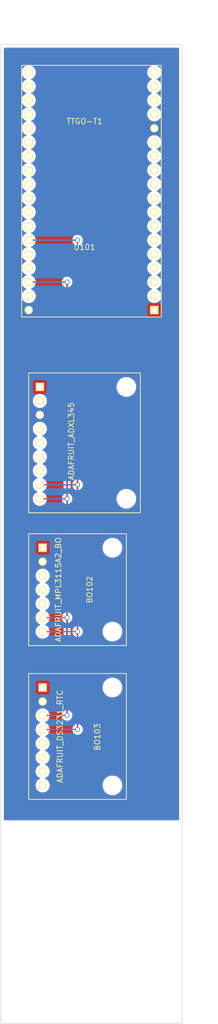
<source format=kicad_pcb>
(kicad_pcb (version 3) (host pcbnew "(2013-june-11)-stable")

  (general
    (links 13)
    (no_connects 0)
    (area 85.049999 27.850001 129.314285 213.450001)
    (thickness 1.6)
    (drawings 6)
    (tracks 22)
    (zones 0)
    (modules 4)
    (nets 5)
  )

  (page A3)
  (layers
    (15 F.Cu signal hide)
    (0 B.Cu signal hide)
    (16 B.Adhes user)
    (17 F.Adhes user)
    (18 B.Paste user)
    (19 F.Paste user)
    (20 B.SilkS user)
    (21 F.SilkS user)
    (22 B.Mask user)
    (23 F.Mask user)
    (24 Dwgs.User user)
    (25 Cmts.User user)
    (26 Eco1.User user)
    (27 Eco2.User user)
    (28 Edge.Cuts user)
  )

  (setup
    (last_trace_width 0.254)
    (trace_clearance 0.254)
    (zone_clearance 0.508)
    (zone_45_only no)
    (trace_min 0.254)
    (segment_width 0.2)
    (edge_width 0.1)
    (via_size 0.889)
    (via_drill 0.635)
    (via_min_size 0.889)
    (via_min_drill 0.508)
    (uvia_size 0.508)
    (uvia_drill 0.127)
    (uvias_allowed no)
    (uvia_min_size 0.508)
    (uvia_min_drill 0.127)
    (pcb_text_width 0.3)
    (pcb_text_size 1.5 1.5)
    (mod_edge_width 0.15)
    (mod_text_size 1 1)
    (mod_text_width 0.15)
    (pad_size 1.5 1.5)
    (pad_drill 0.6)
    (pad_to_mask_clearance 0)
    (aux_axis_origin 0 0)
    (visible_elements FFFFFFBF)
    (pcbplotparams
      (layerselection 3178497)
      (usegerberextensions true)
      (excludeedgelayer true)
      (linewidth 0.150000)
      (plotframeref false)
      (viasonmask false)
      (mode 1)
      (useauxorigin false)
      (hpglpennumber 1)
      (hpglpenspeed 20)
      (hpglpendiameter 15)
      (hpglpenoverlay 2)
      (psnegative false)
      (psa4output false)
      (plotreference true)
      (plotvalue true)
      (plotothertext true)
      (plotinvisibletext false)
      (padsonsilk false)
      (subtractmaskfromsilk false)
      (outputformat 1)
      (mirror false)
      (drillshape 1)
      (scaleselection 1)
      (outputdirectory ""))
  )

  (net 0 "")
  (net 1 /SCL)
  (net 2 /SDA)
  (net 3 3V3)
  (net 4 GND)

  (net_class Default "This is the default net class."
    (clearance 0.254)
    (trace_width 0.254)
    (via_dia 0.889)
    (via_drill 0.635)
    (uvia_dia 0.508)
    (uvia_drill 0.127)
    (add_net "")
    (add_net /SCL)
    (add_net /SDA)
    (add_net 3V3)
    (add_net GND)
  )

  (module TIGO-T1 (layer F.Cu) (tedit 5C8D8D38) (tstamp 5CC7439A)
    (at 100.33 60.96 180)
    (path /5CC7417F)
    (fp_text reference U101 (at 0 -11.43 180) (layer F.SilkS)
      (effects (font (size 1 1) (thickness 0.15)))
    )
    (fp_text value TTGO-T1 (at 0 11.43 180) (layer F.SilkS)
      (effects (font (size 1 1) (thickness 0.15)))
    )
    (fp_line (start -13.97 -24.13) (end 11.43 -24.13) (layer F.SilkS) (width 0.15))
    (fp_line (start 11.43 -24.13) (end 11.43 21.59) (layer F.SilkS) (width 0.15))
    (fp_line (start 11.43 21.59) (end -13.97 21.59) (layer F.SilkS) (width 0.15))
    (fp_line (start -13.97 21.59) (end -13.97 -24.13) (layer F.SilkS) (width 0.15))
    (pad 1 thru_hole rect (at -12.7 -22.86 180) (size 1.524 1.524) (drill 1.016)
      (layers *.Cu *.Mask F.SilkS)
      (net 3 3V3)
    )
    (pad 2 thru_hole circle (at -12.7 -20.32 180) (size 1.524 1.524) (drill 1.016)
      (layers *.Cu *.Mask F.SilkS)
    )
    (pad 3 thru_hole circle (at -12.7 -17.78 180) (size 1.524 1.524) (drill 1.016)
      (layers *.Cu *.Mask F.SilkS)
    )
    (pad 4 thru_hole circle (at -12.7 -15.24 180) (size 1.524 1.524) (drill 1.016)
      (layers *.Cu *.Mask F.SilkS)
    )
    (pad 5 thru_hole circle (at -12.7 -12.7 180) (size 1.524 1.524) (drill 1.016)
      (layers *.Cu *.Mask F.SilkS)
    )
    (pad 6 thru_hole circle (at -12.7 -10.16 180) (size 1.524 1.524) (drill 1.016)
      (layers *.Cu *.Mask F.SilkS)
    )
    (pad 7 thru_hole circle (at -12.7 -7.62 180) (size 1.524 1.524) (drill 1.016)
      (layers *.Cu *.Mask F.SilkS)
    )
    (pad 8 thru_hole circle (at -12.7 -5.08 180) (size 1.524 1.524) (drill 1.016)
      (layers *.Cu *.Mask F.SilkS)
    )
    (pad 9 thru_hole circle (at -12.7 -2.54 180) (size 1.524 1.524) (drill 1.016)
      (layers *.Cu *.Mask F.SilkS)
    )
    (pad 10 thru_hole circle (at -12.7 0 180) (size 1.524 1.524) (drill 1.016)
      (layers *.Cu *.Mask F.SilkS)
    )
    (pad 11 thru_hole circle (at -12.7 2.54 180) (size 1.524 1.524) (drill 1.016)
      (layers *.Cu *.Mask F.SilkS)
    )
    (pad 12 thru_hole circle (at -12.7 5.08 180) (size 1.524 1.524) (drill 1.016)
      (layers *.Cu *.Mask F.SilkS)
    )
    (pad 13 thru_hole circle (at -12.7 7.62 180) (size 1.524 1.524) (drill 1.016)
      (layers *.Cu *.Mask F.SilkS)
    )
    (pad 14 thru_hole circle (at -12.7 10.16 180) (size 1.524 1.524) (drill 1.016)
      (layers *.Cu *.Mask F.SilkS)
      (net 4 GND)
    )
    (pad 15 thru_hole circle (at -12.7 12.7 180) (size 1.524 1.524) (drill 1.016)
      (layers *.Cu *.Mask F.SilkS)
    )
    (pad 16 thru_hole circle (at -12.7 15.24 180) (size 1.524 1.524) (drill 1.016)
      (layers *.Cu *.Mask F.SilkS)
    )
    (pad 17 thru_hole circle (at -12.7 17.78 180) (size 1.524 1.524) (drill 1.016)
      (layers *.Cu *.Mask F.SilkS)
    )
    (pad 18 thru_hole circle (at -12.7 20.32 180) (size 1.524 1.524) (drill 1.016)
      (layers *.Cu *.Mask F.SilkS)
    )
    (pad 19 thru_hole circle (at 10.16 20.32 180) (size 1.524 1.524) (drill 1.016)
      (layers *.Cu *.Mask F.SilkS)
    )
    (pad 20 thru_hole circle (at 10.16 17.78 180) (size 1.524 1.524) (drill 1.016)
      (layers *.Cu *.Mask F.SilkS)
    )
    (pad 21 thru_hole circle (at 10.16 15.24 180) (size 1.524 1.524) (drill 1.016)
      (layers *.Cu *.Mask F.SilkS)
    )
    (pad 22 thru_hole circle (at 10.16 12.7 180) (size 1.524 1.524) (drill 1.016)
      (layers *.Cu *.Mask F.SilkS)
    )
    (pad 23 thru_hole circle (at 10.16 10.16 180) (size 1.524 1.524) (drill 1.016)
      (layers *.Cu *.Mask F.SilkS)
    )
    (pad 24 thru_hole circle (at 10.16 7.62 180) (size 1.524 1.524) (drill 1.016)
      (layers *.Cu *.Mask F.SilkS)
    )
    (pad 25 thru_hole circle (at 10.16 5.08 180) (size 1.524 1.524) (drill 1.016)
      (layers *.Cu *.Mask F.SilkS)
    )
    (pad 26 thru_hole circle (at 10.16 2.54 180) (size 1.524 1.524) (drill 1.016)
      (layers *.Cu *.Mask F.SilkS)
    )
    (pad 27 thru_hole circle (at 10.16 0 180) (size 1.524 1.524) (drill 1.016)
      (layers *.Cu *.Mask F.SilkS)
    )
    (pad 28 thru_hole circle (at 10.16 -2.54 180) (size 1.524 1.524) (drill 1.016)
      (layers *.Cu *.Mask F.SilkS)
    )
    (pad 29 thru_hole circle (at 10.16 -5.08 180) (size 1.524 1.524) (drill 1.016)
      (layers *.Cu *.Mask F.SilkS)
    )
    (pad 30 thru_hole circle (at 10.16 -7.62 180) (size 1.524 1.524) (drill 1.016)
      (layers *.Cu *.Mask F.SilkS)
    )
    (pad 31 thru_hole circle (at 10.16 -10.16 180) (size 1.524 1.524) (drill 1.016)
      (layers *.Cu *.Mask F.SilkS)
      (net 2 /SDA)
    )
    (pad 32 thru_hole circle (at 10.16 -12.7 180) (size 1.524 1.524) (drill 1.016)
      (layers *.Cu *.Mask F.SilkS)
    )
    (pad 33 thru_hole circle (at 10.16 -15.24 180) (size 1.524 1.524) (drill 1.016)
      (layers *.Cu *.Mask F.SilkS)
    )
    (pad 34 thru_hole circle (at 10.16 -17.78 180) (size 1.524 1.524) (drill 1.016)
      (layers *.Cu *.Mask F.SilkS)
      (net 1 /SCL)
    )
    (pad 35 thru_hole circle (at 10.16 -20.32 180) (size 1.524 1.524) (drill 1.016)
      (layers *.Cu *.Mask F.SilkS)
    )
    (pad 36 thru_hole circle (at 10.16 -22.86 180) (size 1.524 1.524) (drill 1.016)
      (layers *.Cu *.Mask F.SilkS)
      (net 4 GND)
    )
  )

  (module ADAFRUITMPL3115A2BO (layer F.Cu) (tedit 59298C66) (tstamp 5CC743AB)
    (at 99.06 134.62 270)
    (path /5CC741BA)
    (fp_text reference BO102 (at 0 -2.2 270) (layer F.SilkS)
      (effects (font (size 1 1) (thickness 0.15)))
    )
    (fp_text value ADAFRUIT_MPL3115A2_BO (at 0 3.5 270) (layer F.SilkS)
      (effects (font (size 1 1) (thickness 0.15)))
    )
    (fp_line (start -10.16 -8.89) (end 10.16 -8.89) (layer F.SilkS) (width 0.15))
    (fp_line (start 10.16 -8.89) (end 10.16 8.89) (layer F.SilkS) (width 0.15))
    (fp_line (start -10.16 8.89) (end 10.16 8.89) (layer F.SilkS) (width 0.15))
    (fp_line (start -10.16 -8.89) (end -10.16 8.89) (layer F.SilkS) (width 0.15))
    (pad 1 thru_hole rect (at -7.62 6.35 270) (size 1.524 1.524) (drill 1.016)
      (layers *.Cu *.Mask F.SilkS)
      (net 3 3V3)
    )
    (pad 2 thru_hole circle (at -5.08 6.35 270) (size 1.524 1.524) (drill 1.016)
      (layers *.Cu *.Mask F.SilkS)
      (net 4 GND)
    )
    (pad 3 thru_hole circle (at -2.54 6.35 270) (size 1.524 1.524) (drill 1.016)
      (layers *.Cu *.Mask F.SilkS)
    )
    (pad 4 thru_hole circle (at 0 6.35 270) (size 1.524 1.524) (drill 1.016)
      (layers *.Cu *.Mask F.SilkS)
    )
    (pad 5 thru_hole circle (at 2.54 6.35 270) (size 1.524 1.524) (drill 1.016)
      (layers *.Cu *.Mask F.SilkS)
    )
    (pad 6 thru_hole circle (at 5.08 6.35 270) (size 1.524 1.524) (drill 1.016)
      (layers *.Cu *.Mask F.SilkS)
      (net 1 /SCL)
    )
    (pad 7 thru_hole circle (at 7.62 6.35 270) (size 1.524 1.524) (drill 1.016)
      (layers *.Cu *.Mask F.SilkS)
      (net 2 /SDA)
    )
    (pad "" np_thru_hole circle (at -7.62 -6.35 270) (size 2.54 2.54) (drill 2.54)
      (layers *.Cu *.Mask F.SilkS)
    )
    (pad "" np_thru_hole circle (at 7.62 -6.35 270) (size 2.54 2.54) (drill 2.54)
      (layers *.Cu *.Mask F.SilkS)
    )
  )

  (module ADAFRUITDS3231RTCBO (layer F.Cu) (tedit 592C72CB) (tstamp 5CC743BD)
    (at 99.06 161.29 270)
    (path /5CC741AB)
    (fp_text reference BO103 (at 0.1 -3.6 270) (layer F.SilkS)
      (effects (font (size 1 1) (thickness 0.15)))
    )
    (fp_text value ADAFRUIT_DS3231_RTC (at 0 3.2 270) (layer F.SilkS)
      (effects (font (size 1 1) (thickness 0.15)))
    )
    (fp_line (start -11.43 8.89) (end 11.43 8.89) (layer F.SilkS) (width 0.15))
    (fp_line (start 11.43 -8.89) (end 11.43 8.89) (layer F.SilkS) (width 0.15))
    (fp_line (start -11.43 -8.89) (end 11.43 -8.89) (layer F.SilkS) (width 0.15))
    (fp_line (start -11.43 8.89) (end -11.43 -8.89) (layer F.SilkS) (width 0.15))
    (pad "" np_thru_hole circle (at -8.89 -6.35 270) (size 2.54 2.54) (drill 2.54)
      (layers *.Cu *.Mask F.SilkS)
    )
    (pad "" np_thru_hole circle (at 8.89 -6.35 270) (size 2.54 2.54) (drill 2.54)
      (layers *.Cu *.Mask F.SilkS)
    )
    (pad 1 thru_hole rect (at -8.89 6.35 270) (size 1.524 1.524) (drill 1.016)
      (layers *.Cu *.Mask F.SilkS)
      (net 3 3V3)
    )
    (pad 2 thru_hole circle (at -6.35 6.35 270) (size 1.524 1.524) (drill 1.016)
      (layers *.Cu *.Mask F.SilkS)
      (net 4 GND)
    )
    (pad 3 thru_hole circle (at -3.81 6.35 270) (size 1.524 1.524) (drill 1.016)
      (layers *.Cu *.Mask F.SilkS)
      (net 1 /SCL)
    )
    (pad 4 thru_hole circle (at -1.27 6.35 270) (size 1.524 1.524) (drill 1.016)
      (layers *.Cu *.Mask F.SilkS)
      (net 2 /SDA)
    )
    (pad 5 thru_hole circle (at 1.27 6.35 270) (size 1.524 1.524) (drill 1.016)
      (layers *.Cu *.Mask F.SilkS)
    )
    (pad 6 thru_hole circle (at 3.81 6.35 270) (size 1.524 1.524) (drill 1.016)
      (layers *.Cu *.Mask F.SilkS)
    )
    (pad 7 thru_hole circle (at 6.35 6.35 270) (size 1.524 1.524) (drill 1.016)
      (layers *.Cu *.Mask F.SilkS)
    )
    (pad 8 thru_hole circle (at 8.89 6.35 270) (size 1.524 1.524) (drill 1.016)
      (layers *.Cu *.Mask F.SilkS)
    )
  )

  (module AdafruitADXL345BO (layer F.Cu) (tedit 592728B5) (tstamp 5CC743D0)
    (at 100.33 107.95 270)
    (path /5CC74193)
    (fp_text reference BO101 (at 0.2 -2.2 270) (layer F.SilkS) hide
      (effects (font (size 1 1) (thickness 0.15)))
    )
    (fp_text value ADAFRUIT_ADXL345 (at -0.3 2.4 270) (layer F.SilkS)
      (effects (font (size 1 1) (thickness 0.15)))
    )
    (fp_line (start -12.7 -10.16) (end 12.7 -10.16) (layer F.SilkS) (width 0.15))
    (fp_line (start 12.7 -10.16) (end 12.7 10.16) (layer F.SilkS) (width 0.15))
    (fp_line (start 12.7 10.16) (end -12.7 10.16) (layer F.SilkS) (width 0.15))
    (fp_line (start -12.7 -10.16) (end -12.7 10.16) (layer F.SilkS) (width 0.15))
    (pad "" np_thru_hole circle (at -10.16 -7.62 270) (size 2.54 2.54) (drill 2.54)
      (layers *.Cu *.Mask F.SilkS)
    )
    (pad "" np_thru_hole circle (at 10.16 -7.62 270) (size 2.54 2.54) (drill 2.54)
      (layers *.Cu *.Mask F.SilkS)
    )
    (pad 1 thru_hole rect (at -10.16 8.128 270) (size 1.524 1.524) (drill 1.016)
      (layers *.Cu *.Mask F.SilkS)
      (net 3 3V3)
    )
    (pad 2 thru_hole circle (at -7.62 8.128 270) (size 1.524 1.524) (drill 1.016)
      (layers *.Cu *.Mask F.SilkS)
    )
    (pad 3 thru_hole circle (at -5.08 8.128 270) (size 1.524 1.524) (drill 1.016)
      (layers *.Cu *.Mask F.SilkS)
      (net 4 GND)
    )
    (pad 4 thru_hole circle (at -2.54 8.128 270) (size 1.524 1.524) (drill 1.016)
      (layers *.Cu *.Mask F.SilkS)
    )
    (pad 5 thru_hole circle (at 0 8.128 270) (size 1.524 1.524) (drill 1.016)
      (layers *.Cu *.Mask F.SilkS)
    )
    (pad 6 thru_hole circle (at 2.54 8.128 270) (size 1.524 1.524) (drill 1.016)
      (layers *.Cu *.Mask F.SilkS)
    )
    (pad 7 thru_hole circle (at 5.08 8.128 270) (size 1.524 1.524) (drill 1.016)
      (layers *.Cu *.Mask F.SilkS)
    )
    (pad 8 thru_hole circle (at 7.62 8.128 270) (size 1.524 1.524) (drill 1.016)
      (layers *.Cu *.Mask F.SilkS)
      (net 2 /SDA)
    )
    (pad 9 thru_hole circle (at 10.16 8.128 270) (size 1.524 1.524) (drill 1.016)
      (layers *.Cu *.Mask F.SilkS)
      (net 1 /SCL)
    )
  )

  (dimension 177.8 (width 0.3) (layer Cmts.User)
    (gr_text "177.800 mm" (at 121.949999 124.5 270) (layer Cmts.User)
      (effects (font (size 1.5 1.5) (thickness 0.3)))
    )
    (feature1 (pts (xy 118.1 213.4) (xy 123.299999 213.4)))
    (feature2 (pts (xy 118.1 35.6) (xy 123.299999 35.6)))
    (crossbar (pts (xy 120.599999 35.6) (xy 120.599999 213.4)))
    (arrow1a (pts (xy 120.599999 213.4) (xy 120.013579 212.273497)))
    (arrow1b (pts (xy 120.599999 213.4) (xy 121.186419 212.273497)))
    (arrow2a (pts (xy 120.599999 35.6) (xy 120.013579 36.726503)))
    (arrow2b (pts (xy 120.599999 35.6) (xy 121.186419 36.726503)))
  )
  (dimension 33 (width 0.3) (layer Cmts.User)
    (gr_text "33.000 mm" (at 101.6 29.350001) (layer Cmts.User)
      (effects (font (size 1.5 1.5) (thickness 0.3)))
    )
    (feature1 (pts (xy 118.1 35.6) (xy 118.1 28.000001)))
    (feature2 (pts (xy 85.1 35.6) (xy 85.1 28.000001)))
    (crossbar (pts (xy 85.1 30.700001) (xy 118.1 30.700001)))
    (arrow1a (pts (xy 118.1 30.700001) (xy 116.973497 31.286421)))
    (arrow1b (pts (xy 118.1 30.700001) (xy 116.973497 30.113581)))
    (arrow2a (pts (xy 85.1 30.700001) (xy 86.226503 31.286421)))
    (arrow2b (pts (xy 85.1 30.700001) (xy 86.226503 30.113581)))
  )
  (gr_line (start 85.1 213.4) (end 85.1 35.6) (angle 90) (layer Edge.Cuts) (width 0.1))
  (gr_line (start 118.1 213.4) (end 85.1 213.4) (angle 90) (layer Edge.Cuts) (width 0.1))
  (gr_line (start 118.1 35.6) (end 118.1 213.4) (angle 90) (layer Edge.Cuts) (width 0.1))
  (gr_line (start 85.1 35.6) (end 118.1 35.6) (angle 90) (layer Edge.Cuts) (width 0.1))

  (segment (start 97.155 139.7) (end 97.155 157.48) (width 0.254) (layer F.Cu) (net 1))
  (segment (start 97.155 157.48) (end 92.71 157.48) (width 0.254) (layer B.Cu) (net 1) (tstamp 5CC74C38))
  (via (at 97.155 157.48) (size 0.889) (layers F.Cu B.Cu) (net 1))
  (segment (start 92.71 139.7) (end 97.155 139.7) (width 0.254) (layer B.Cu) (net 1))
  (segment (start 97.155 139.7) (end 97.155 118.11) (width 0.254) (layer F.Cu) (net 1) (tstamp 5CC74C29))
  (via (at 97.155 139.7) (size 0.889) (layers F.Cu B.Cu) (net 1))
  (segment (start 90.17 78.74) (end 97.155 78.74) (width 0.254) (layer B.Cu) (net 1))
  (segment (start 97.155 118.11) (end 92.202 118.11) (width 0.254) (layer B.Cu) (net 1) (tstamp 5CC74C17))
  (via (at 97.155 118.11) (size 0.889) (layers F.Cu B.Cu) (net 1))
  (segment (start 97.155 78.74) (end 97.155 118.11) (width 0.254) (layer F.Cu) (net 1) (tstamp 5CC74C07))
  (via (at 97.155 78.74) (size 0.889) (layers F.Cu B.Cu) (net 1))
  (segment (start 99.06 142.24) (end 99.06 160.02) (width 0.254) (layer F.Cu) (net 2))
  (segment (start 99.06 160.02) (end 92.71 160.02) (width 0.254) (layer B.Cu) (net 2) (tstamp 5CC74BF0))
  (via (at 99.06 160.02) (size 0.889) (layers F.Cu B.Cu) (net 2))
  (segment (start 92.71 142.24) (end 99.06 142.24) (width 0.254) (layer B.Cu) (net 2))
  (segment (start 99.06 142.24) (end 99.06 115.57) (width 0.254) (layer F.Cu) (net 2) (tstamp 5CC74BE1))
  (via (at 99.06 142.24) (size 0.889) (layers F.Cu B.Cu) (net 2))
  (segment (start 90.17 71.12) (end 99.06 71.12) (width 0.254) (layer B.Cu) (net 2))
  (segment (start 99.06 115.57) (end 92.202 115.57) (width 0.254) (layer B.Cu) (net 2) (tstamp 5CC74BC1))
  (via (at 99.06 115.57) (size 0.889) (layers F.Cu B.Cu) (net 2))
  (segment (start 99.06 71.12) (end 99.06 115.57) (width 0.254) (layer F.Cu) (net 2) (tstamp 5CC74BAF))
  (via (at 99.06 71.12) (size 0.889) (layers F.Cu B.Cu) (net 2))

  (zone (net 4) (net_name GND) (layer B.Cu) (tstamp 5CC74C56) (hatch edge 0.508)
    (connect_pads yes (clearance 0.508))
    (min_thickness 0.254)
    (fill (arc_segments 16) (thermal_gap 0.508) (thermal_bridge_width 0.508))
    (polygon
      (pts
        (xy 118.11 176.53) (xy 85.09 176.53) (xy 85.09 35.56) (xy 118.11 35.56)
      )
    )
    (filled_polygon
      (pts
        (xy 117.415 176.403) (xy 114.427241 176.403) (xy 114.427241 81.003339) (xy 114.215009 80.489697) (xy 113.82237 80.096372)
        (xy 113.614485 80.01005) (xy 113.820303 79.925009) (xy 114.213628 79.53237) (xy 114.426756 79.019099) (xy 114.427241 78.463339)
        (xy 114.215009 77.949697) (xy 113.82237 77.556372) (xy 113.614485 77.47005) (xy 113.820303 77.385009) (xy 114.213628 76.99237)
        (xy 114.426756 76.479099) (xy 114.427241 75.923339) (xy 114.215009 75.409697) (xy 113.82237 75.016372) (xy 113.614485 74.93005)
        (xy 113.820303 74.845009) (xy 114.213628 74.45237) (xy 114.426756 73.939099) (xy 114.427241 73.383339) (xy 114.215009 72.869697)
        (xy 113.82237 72.476372) (xy 113.614485 72.39005) (xy 113.820303 72.305009) (xy 114.213628 71.91237) (xy 114.426756 71.399099)
        (xy 114.427241 70.843339) (xy 114.215009 70.329697) (xy 113.82237 69.936372) (xy 113.614485 69.85005) (xy 113.820303 69.765009)
        (xy 114.213628 69.37237) (xy 114.426756 68.859099) (xy 114.427241 68.303339) (xy 114.215009 67.789697) (xy 113.82237 67.396372)
        (xy 113.614485 67.31005) (xy 113.820303 67.225009) (xy 114.213628 66.83237) (xy 114.426756 66.319099) (xy 114.427241 65.763339)
        (xy 114.215009 65.249697) (xy 113.82237 64.856372) (xy 113.614485 64.77005) (xy 113.820303 64.685009) (xy 114.213628 64.29237)
        (xy 114.426756 63.779099) (xy 114.427241 63.223339) (xy 114.215009 62.709697) (xy 113.82237 62.316372) (xy 113.614485 62.23005)
        (xy 113.820303 62.145009) (xy 114.213628 61.75237) (xy 114.426756 61.239099) (xy 114.427241 60.683339) (xy 114.215009 60.169697)
        (xy 113.82237 59.776372) (xy 113.614485 59.69005) (xy 113.820303 59.605009) (xy 114.213628 59.21237) (xy 114.426756 58.699099)
        (xy 114.427241 58.143339) (xy 114.215009 57.629697) (xy 113.82237 57.236372) (xy 113.614485 57.15005) (xy 113.820303 57.065009)
        (xy 114.213628 56.67237) (xy 114.426756 56.159099) (xy 114.427241 55.603339) (xy 114.215009 55.089697) (xy 113.82237 54.696372)
        (xy 113.614485 54.61005) (xy 113.820303 54.525009) (xy 114.213628 54.13237) (xy 114.426756 53.619099) (xy 114.427241 53.063339)
        (xy 114.427241 47.983339) (xy 114.215009 47.469697) (xy 113.82237 47.076372) (xy 113.614485 46.99005) (xy 113.820303 46.905009)
        (xy 114.213628 46.51237) (xy 114.426756 45.999099) (xy 114.427241 45.443339) (xy 114.215009 44.929697) (xy 113.82237 44.536372)
        (xy 113.614485 44.45005) (xy 113.820303 44.365009) (xy 114.213628 43.97237) (xy 114.426756 43.459099) (xy 114.427241 42.903339)
        (xy 114.215009 42.389697) (xy 113.82237 41.996372) (xy 113.614485 41.91005) (xy 113.820303 41.825009) (xy 114.213628 41.43237)
        (xy 114.426756 40.919099) (xy 114.427241 40.363339) (xy 114.215009 39.849697) (xy 113.82237 39.456372) (xy 113.309099 39.243244)
        (xy 112.753339 39.242759) (xy 112.239697 39.454991) (xy 111.846372 39.84763) (xy 111.633244 40.360901) (xy 111.632759 40.916661)
        (xy 111.844991 41.430303) (xy 112.23763 41.823628) (xy 112.445514 41.909949) (xy 112.239697 41.994991) (xy 111.846372 42.38763)
        (xy 111.633244 42.900901) (xy 111.632759 43.456661) (xy 111.844991 43.970303) (xy 112.23763 44.363628) (xy 112.445514 44.449949)
        (xy 112.239697 44.534991) (xy 111.846372 44.92763) (xy 111.633244 45.440901) (xy 111.632759 45.996661) (xy 111.844991 46.510303)
        (xy 112.23763 46.903628) (xy 112.445514 46.989949) (xy 112.239697 47.074991) (xy 111.846372 47.46763) (xy 111.633244 47.980901)
        (xy 111.632759 48.536661) (xy 111.844991 49.050303) (xy 112.23763 49.443628) (xy 112.750901 49.656756) (xy 113.306661 49.657241)
        (xy 113.820303 49.445009) (xy 114.213628 49.05237) (xy 114.426756 48.539099) (xy 114.427241 47.983339) (xy 114.427241 53.063339)
        (xy 114.215009 52.549697) (xy 113.82237 52.156372) (xy 113.309099 51.943244) (xy 112.753339 51.942759) (xy 112.239697 52.154991)
        (xy 111.846372 52.54763) (xy 111.633244 53.060901) (xy 111.632759 53.616661) (xy 111.844991 54.130303) (xy 112.23763 54.523628)
        (xy 112.445514 54.609949) (xy 112.239697 54.694991) (xy 111.846372 55.08763) (xy 111.633244 55.600901) (xy 111.632759 56.156661)
        (xy 111.844991 56.670303) (xy 112.23763 57.063628) (xy 112.445514 57.149949) (xy 112.239697 57.234991) (xy 111.846372 57.62763)
        (xy 111.633244 58.140901) (xy 111.632759 58.696661) (xy 111.844991 59.210303) (xy 112.23763 59.603628) (xy 112.445514 59.689949)
        (xy 112.239697 59.774991) (xy 111.846372 60.16763) (xy 111.633244 60.680901) (xy 111.632759 61.236661) (xy 111.844991 61.750303)
        (xy 112.23763 62.143628) (xy 112.445514 62.229949) (xy 112.239697 62.314991) (xy 111.846372 62.70763) (xy 111.633244 63.220901)
        (xy 111.632759 63.776661) (xy 111.844991 64.290303) (xy 112.23763 64.683628) (xy 112.445514 64.769949) (xy 112.239697 64.854991)
        (xy 111.846372 65.24763) (xy 111.633244 65.760901) (xy 111.632759 66.316661) (xy 111.844991 66.830303) (xy 112.23763 67.223628)
        (xy 112.445514 67.309949) (xy 112.239697 67.394991) (xy 111.846372 67.78763) (xy 111.633244 68.300901) (xy 111.632759 68.856661)
        (xy 111.844991 69.370303) (xy 112.23763 69.763628) (xy 112.445514 69.849949) (xy 112.239697 69.934991) (xy 111.846372 70.32763)
        (xy 111.633244 70.840901) (xy 111.632759 71.396661) (xy 111.844991 71.910303) (xy 112.23763 72.303628) (xy 112.445514 72.389949)
        (xy 112.239697 72.474991) (xy 111.846372 72.86763) (xy 111.633244 73.380901) (xy 111.632759 73.936661) (xy 111.844991 74.450303)
        (xy 112.23763 74.843628) (xy 112.445514 74.929949) (xy 112.239697 75.014991) (xy 111.846372 75.40763) (xy 111.633244 75.920901)
        (xy 111.632759 76.476661) (xy 111.844991 76.990303) (xy 112.23763 77.383628) (xy 112.445514 77.469949) (xy 112.239697 77.554991)
        (xy 111.846372 77.94763) (xy 111.633244 78.460901) (xy 111.632759 79.016661) (xy 111.844991 79.530303) (xy 112.23763 79.923628)
        (xy 112.445514 80.009949) (xy 112.239697 80.094991) (xy 111.846372 80.48763) (xy 111.633244 81.000901) (xy 111.632759 81.556661)
        (xy 111.844991 82.070303) (xy 112.196963 82.42289) (xy 112.142245 82.42289) (xy 111.908771 82.519359) (xy 111.729987 82.697832)
        (xy 111.633111 82.931136) (xy 111.63289 83.183755) (xy 111.63289 84.707755) (xy 111.729359 84.941229) (xy 111.907832 85.120013)
        (xy 112.141136 85.216889) (xy 112.393755 85.21711) (xy 113.917755 85.21711) (xy 114.151229 85.120641) (xy 114.330013 84.942168)
        (xy 114.426889 84.708864) (xy 114.42711 84.456245) (xy 114.42711 82.932245) (xy 114.330641 82.698771) (xy 114.152168 82.519987)
        (xy 113.918864 82.423111) (xy 113.862323 82.423061) (xy 114.213628 82.07237) (xy 114.426756 81.559099) (xy 114.427241 81.003339)
        (xy 114.427241 176.403) (xy 109.85533 176.403) (xy 109.85533 117.732735) (xy 109.85533 97.412735) (xy 109.565922 96.712314)
        (xy 109.030505 96.175961) (xy 108.33059 95.885332) (xy 107.572735 95.88467) (xy 106.872314 96.174078) (xy 106.335961 96.709495)
        (xy 106.045332 97.40941) (xy 106.04467 98.167265) (xy 106.334078 98.867686) (xy 106.869495 99.404039) (xy 107.56941 99.694668)
        (xy 108.327265 99.69533) (xy 109.027686 99.405922) (xy 109.564039 98.870505) (xy 109.854668 98.17059) (xy 109.85533 97.412735)
        (xy 109.85533 117.732735) (xy 109.565922 117.032314) (xy 109.030505 116.495961) (xy 108.33059 116.205332) (xy 107.572735 116.20467)
        (xy 106.872314 116.494078) (xy 106.335961 117.029495) (xy 106.045332 117.72941) (xy 106.04467 118.487265) (xy 106.334078 119.187686)
        (xy 106.869495 119.724039) (xy 107.56941 120.014668) (xy 108.327265 120.01533) (xy 109.027686 119.725922) (xy 109.564039 119.190505)
        (xy 109.854668 118.49059) (xy 109.85533 117.732735) (xy 109.85533 176.403) (xy 107.31533 176.403) (xy 107.31533 169.802735)
        (xy 107.31533 152.022735) (xy 107.31533 141.862735) (xy 107.31533 126.622735) (xy 107.025922 125.922314) (xy 106.490505 125.385961)
        (xy 105.79059 125.095332) (xy 105.032735 125.09467) (xy 104.332314 125.384078) (xy 103.795961 125.919495) (xy 103.505332 126.61941)
        (xy 103.50467 127.377265) (xy 103.794078 128.077686) (xy 104.329495 128.614039) (xy 105.02941 128.904668) (xy 105.787265 128.90533)
        (xy 106.487686 128.615922) (xy 107.024039 128.080505) (xy 107.314668 127.38059) (xy 107.31533 126.622735) (xy 107.31533 141.862735)
        (xy 107.025922 141.162314) (xy 106.490505 140.625961) (xy 105.79059 140.335332) (xy 105.032735 140.33467) (xy 104.332314 140.624078)
        (xy 103.795961 141.159495) (xy 103.505332 141.85941) (xy 103.50467 142.617265) (xy 103.794078 143.317686) (xy 104.329495 143.854039)
        (xy 105.02941 144.144668) (xy 105.787265 144.14533) (xy 106.487686 143.855922) (xy 107.024039 143.320505) (xy 107.314668 142.62059)
        (xy 107.31533 141.862735) (xy 107.31533 152.022735) (xy 107.025922 151.322314) (xy 106.490505 150.785961) (xy 105.79059 150.495332)
        (xy 105.032735 150.49467) (xy 104.332314 150.784078) (xy 103.795961 151.319495) (xy 103.505332 152.01941) (xy 103.50467 152.777265)
        (xy 103.794078 153.477686) (xy 104.329495 154.014039) (xy 105.02941 154.304668) (xy 105.787265 154.30533) (xy 106.487686 154.015922)
        (xy 107.024039 153.480505) (xy 107.314668 152.78059) (xy 107.31533 152.022735) (xy 107.31533 169.802735) (xy 107.025922 169.102314)
        (xy 106.490505 168.565961) (xy 105.79059 168.275332) (xy 105.032735 168.27467) (xy 104.332314 168.564078) (xy 103.795961 169.099495)
        (xy 103.505332 169.79941) (xy 103.50467 170.557265) (xy 103.794078 171.257686) (xy 104.329495 171.794039) (xy 105.02941 172.084668)
        (xy 105.787265 172.08533) (xy 106.487686 171.795922) (xy 107.024039 171.260505) (xy 107.314668 170.56059) (xy 107.31533 169.802735)
        (xy 107.31533 176.403) (xy 100.139687 176.403) (xy 100.139687 159.806216) (xy 100.139687 142.026216) (xy 100.139687 115.356216)
        (xy 100.139687 70.906216) (xy 99.975689 70.509311) (xy 99.672286 70.205378) (xy 99.275668 70.040687) (xy 98.846216 70.040313)
        (xy 98.449311 70.204311) (xy 98.295353 70.358) (xy 91.366703 70.358) (xy 91.355009 70.329697) (xy 90.96237 69.936372)
        (xy 90.754485 69.85005) (xy 90.960303 69.765009) (xy 91.353628 69.37237) (xy 91.566756 68.859099) (xy 91.567241 68.303339)
        (xy 91.355009 67.789697) (xy 90.96237 67.396372) (xy 90.754485 67.31005) (xy 90.960303 67.225009) (xy 91.353628 66.83237)
        (xy 91.566756 66.319099) (xy 91.567241 65.763339) (xy 91.355009 65.249697) (xy 90.96237 64.856372) (xy 90.754485 64.77005)
        (xy 90.960303 64.685009) (xy 91.353628 64.29237) (xy 91.566756 63.779099) (xy 91.567241 63.223339) (xy 91.355009 62.709697)
        (xy 90.96237 62.316372) (xy 90.754485 62.23005) (xy 90.960303 62.145009) (xy 91.353628 61.75237) (xy 91.566756 61.239099)
        (xy 91.567241 60.683339) (xy 91.355009 60.169697) (xy 90.96237 59.776372) (xy 90.754485 59.69005) (xy 90.960303 59.605009)
        (xy 91.353628 59.21237) (xy 91.566756 58.699099) (xy 91.567241 58.143339) (xy 91.355009 57.629697) (xy 90.96237 57.236372)
        (xy 90.754485 57.15005) (xy 90.960303 57.065009) (xy 91.353628 56.67237) (xy 91.566756 56.159099) (xy 91.567241 55.603339)
        (xy 91.355009 55.089697) (xy 90.96237 54.696372) (xy 90.754485 54.61005) (xy 90.960303 54.525009) (xy 91.353628 54.13237)
        (xy 91.566756 53.619099) (xy 91.567241 53.063339) (xy 91.355009 52.549697) (xy 90.96237 52.156372) (xy 90.754485 52.07005)
        (xy 90.960303 51.985009) (xy 91.353628 51.59237) (xy 91.566756 51.079099) (xy 91.567241 50.523339) (xy 91.355009 50.009697)
        (xy 90.96237 49.616372) (xy 90.754485 49.53005) (xy 90.960303 49.445009) (xy 91.353628 49.05237) (xy 91.566756 48.539099)
        (xy 91.567241 47.983339) (xy 91.355009 47.469697) (xy 90.96237 47.076372) (xy 90.754485 46.99005) (xy 90.960303 46.905009)
        (xy 91.353628 46.51237) (xy 91.566756 45.999099) (xy 91.567241 45.443339) (xy 91.355009 44.929697) (xy 90.96237 44.536372)
        (xy 90.754485 44.45005) (xy 90.960303 44.365009) (xy 91.353628 43.97237) (xy 91.566756 43.459099) (xy 91.567241 42.903339)
        (xy 91.355009 42.389697) (xy 90.96237 41.996372) (xy 90.754485 41.91005) (xy 90.960303 41.825009) (xy 91.353628 41.43237)
        (xy 91.566756 40.919099) (xy 91.567241 40.363339) (xy 91.355009 39.849697) (xy 90.96237 39.456372) (xy 90.449099 39.243244)
        (xy 89.893339 39.242759) (xy 89.379697 39.454991) (xy 88.986372 39.84763) (xy 88.773244 40.360901) (xy 88.772759 40.916661)
        (xy 88.984991 41.430303) (xy 89.37763 41.823628) (xy 89.585514 41.909949) (xy 89.379697 41.994991) (xy 88.986372 42.38763)
        (xy 88.773244 42.900901) (xy 88.772759 43.456661) (xy 88.984991 43.970303) (xy 89.37763 44.363628) (xy 89.585514 44.449949)
        (xy 89.379697 44.534991) (xy 88.986372 44.92763) (xy 88.773244 45.440901) (xy 88.772759 45.996661) (xy 88.984991 46.510303)
        (xy 89.37763 46.903628) (xy 89.585514 46.989949) (xy 89.379697 47.074991) (xy 88.986372 47.46763) (xy 88.773244 47.980901)
        (xy 88.772759 48.536661) (xy 88.984991 49.050303) (xy 89.37763 49.443628) (xy 89.585514 49.529949) (xy 89.379697 49.614991)
        (xy 88.986372 50.00763) (xy 88.773244 50.520901) (xy 88.772759 51.076661) (xy 88.984991 51.590303) (xy 89.37763 51.983628)
        (xy 89.585514 52.069949) (xy 89.379697 52.154991) (xy 88.986372 52.54763) (xy 88.773244 53.060901) (xy 88.772759 53.616661)
        (xy 88.984991 54.130303) (xy 89.37763 54.523628) (xy 89.585514 54.609949) (xy 89.379697 54.694991) (xy 88.986372 55.08763)
        (xy 88.773244 55.600901) (xy 88.772759 56.156661) (xy 88.984991 56.670303) (xy 89.37763 57.063628) (xy 89.585514 57.149949)
        (xy 89.379697 57.234991) (xy 88.986372 57.62763) (xy 88.773244 58.140901) (xy 88.772759 58.696661) (xy 88.984991 59.210303)
        (xy 89.37763 59.603628) (xy 89.585514 59.689949) (xy 89.379697 59.774991) (xy 88.986372 60.16763) (xy 88.773244 60.680901)
        (xy 88.772759 61.236661) (xy 88.984991 61.750303) (xy 89.37763 62.143628) (xy 89.585514 62.229949) (xy 89.379697 62.314991)
        (xy 88.986372 62.70763) (xy 88.773244 63.220901) (xy 88.772759 63.776661) (xy 88.984991 64.290303) (xy 89.37763 64.683628)
        (xy 89.585514 64.769949) (xy 89.379697 64.854991) (xy 88.986372 65.24763) (xy 88.773244 65.760901) (xy 88.772759 66.316661)
        (xy 88.984991 66.830303) (xy 89.37763 67.223628) (xy 89.585514 67.309949) (xy 89.379697 67.394991) (xy 88.986372 67.78763)
        (xy 88.773244 68.300901) (xy 88.772759 68.856661) (xy 88.984991 69.370303) (xy 89.37763 69.763628) (xy 89.585514 69.849949)
        (xy 89.379697 69.934991) (xy 88.986372 70.32763) (xy 88.773244 70.840901) (xy 88.772759 71.396661) (xy 88.984991 71.910303)
        (xy 89.37763 72.303628) (xy 89.585514 72.389949) (xy 89.379697 72.474991) (xy 88.986372 72.86763) (xy 88.773244 73.380901)
        (xy 88.772759 73.936661) (xy 88.984991 74.450303) (xy 89.37763 74.843628) (xy 89.585514 74.929949) (xy 89.379697 75.014991)
        (xy 88.986372 75.40763) (xy 88.773244 75.920901) (xy 88.772759 76.476661) (xy 88.984991 76.990303) (xy 89.37763 77.383628)
        (xy 89.585514 77.469949) (xy 89.379697 77.554991) (xy 88.986372 77.94763) (xy 88.773244 78.460901) (xy 88.772759 79.016661)
        (xy 88.984991 79.530303) (xy 89.37763 79.923628) (xy 89.585514 80.009949) (xy 89.379697 80.094991) (xy 88.986372 80.48763)
        (xy 88.773244 81.000901) (xy 88.772759 81.556661) (xy 88.984991 82.070303) (xy 89.37763 82.463628) (xy 89.890901 82.676756)
        (xy 90.446661 82.677241) (xy 90.960303 82.465009) (xy 91.353628 82.07237) (xy 91.566756 81.559099) (xy 91.567241 81.003339)
        (xy 91.355009 80.489697) (xy 90.96237 80.096372) (xy 90.754485 80.01005) (xy 90.960303 79.925009) (xy 91.353628 79.53237)
        (xy 91.366238 79.502) (xy 96.390358 79.502) (xy 96.542714 79.654622) (xy 96.939332 79.819313) (xy 97.368784 79.819687)
        (xy 97.765689 79.655689) (xy 98.069622 79.352286) (xy 98.234313 78.955668) (xy 98.234687 78.526216) (xy 98.070689 78.129311)
        (xy 97.767286 77.825378) (xy 97.370668 77.660687) (xy 96.941216 77.660313) (xy 96.544311 77.824311) (xy 96.390353 77.978)
        (xy 91.366703 77.978) (xy 91.355009 77.949697) (xy 90.96237 77.556372) (xy 90.754485 77.47005) (xy 90.960303 77.385009)
        (xy 91.353628 76.99237) (xy 91.566756 76.479099) (xy 91.567241 75.923339) (xy 91.355009 75.409697) (xy 90.96237 75.016372)
        (xy 90.754485 74.93005) (xy 90.960303 74.845009) (xy 91.353628 74.45237) (xy 91.566756 73.939099) (xy 91.567241 73.383339)
        (xy 91.355009 72.869697) (xy 90.96237 72.476372) (xy 90.754485 72.39005) (xy 90.960303 72.305009) (xy 91.353628 71.91237)
        (xy 91.366238 71.882) (xy 98.295358 71.882) (xy 98.447714 72.034622) (xy 98.844332 72.199313) (xy 99.273784 72.199687)
        (xy 99.670689 72.035689) (xy 99.974622 71.732286) (xy 100.139313 71.335668) (xy 100.139687 70.906216) (xy 100.139687 115.356216)
        (xy 99.975689 114.959311) (xy 99.672286 114.655378) (xy 99.275668 114.490687) (xy 98.846216 114.490313) (xy 98.449311 114.654311)
        (xy 98.295353 114.808) (xy 93.398703 114.808) (xy 93.387009 114.779697) (xy 92.99437 114.386372) (xy 92.786485 114.30005)
        (xy 92.992303 114.215009) (xy 93.385628 113.82237) (xy 93.598756 113.309099) (xy 93.599241 112.753339) (xy 93.387009 112.239697)
        (xy 92.99437 111.846372) (xy 92.786485 111.76005) (xy 92.992303 111.675009) (xy 93.385628 111.28237) (xy 93.598756 110.769099)
        (xy 93.599241 110.213339) (xy 93.387009 109.699697) (xy 92.99437 109.306372) (xy 92.786485 109.22005) (xy 92.992303 109.135009)
        (xy 93.385628 108.74237) (xy 93.598756 108.229099) (xy 93.599241 107.673339) (xy 93.387009 107.159697) (xy 92.99437 106.766372)
        (xy 92.786485 106.68005) (xy 92.992303 106.595009) (xy 93.385628 106.20237) (xy 93.598756 105.689099) (xy 93.599241 105.133339)
        (xy 93.599241 100.053339) (xy 93.387009 99.539697) (xy 93.035036 99.18711) (xy 93.089755 99.18711) (xy 93.323229 99.090641)
        (xy 93.502013 98.912168) (xy 93.598889 98.678864) (xy 93.59911 98.426245) (xy 93.59911 96.902245) (xy 93.502641 96.668771)
        (xy 93.324168 96.489987) (xy 93.090864 96.393111) (xy 92.838245 96.39289) (xy 91.314245 96.39289) (xy 91.080771 96.489359)
        (xy 90.901987 96.667832) (xy 90.805111 96.901136) (xy 90.80489 97.153755) (xy 90.80489 98.677755) (xy 90.901359 98.911229)
        (xy 91.079832 99.090013) (xy 91.313136 99.186889) (xy 91.369676 99.186938) (xy 91.018372 99.53763) (xy 90.805244 100.050901)
        (xy 90.804759 100.606661) (xy 91.016991 101.120303) (xy 91.40963 101.513628) (xy 91.922901 101.726756) (xy 92.478661 101.727241)
        (xy 92.992303 101.515009) (xy 93.385628 101.12237) (xy 93.598756 100.609099) (xy 93.599241 100.053339) (xy 93.599241 105.133339)
        (xy 93.387009 104.619697) (xy 92.99437 104.226372) (xy 92.481099 104.013244) (xy 91.925339 104.012759) (xy 91.411697 104.224991)
        (xy 91.018372 104.61763) (xy 90.805244 105.130901) (xy 90.804759 105.686661) (xy 91.016991 106.200303) (xy 91.40963 106.593628)
        (xy 91.617514 106.679949) (xy 91.411697 106.764991) (xy 91.018372 107.15763) (xy 90.805244 107.670901) (xy 90.804759 108.226661)
        (xy 91.016991 108.740303) (xy 91.40963 109.133628) (xy 91.617514 109.219949) (xy 91.411697 109.304991) (xy 91.018372 109.69763)
        (xy 90.805244 110.210901) (xy 90.804759 110.766661) (xy 91.016991 111.280303) (xy 91.40963 111.673628) (xy 91.617514 111.759949)
        (xy 91.411697 111.844991) (xy 91.018372 112.23763) (xy 90.805244 112.750901) (xy 90.804759 113.306661) (xy 91.016991 113.820303)
        (xy 91.40963 114.213628) (xy 91.617514 114.299949) (xy 91.411697 114.384991) (xy 91.018372 114.77763) (xy 90.805244 115.290901)
        (xy 90.804759 115.846661) (xy 91.016991 116.360303) (xy 91.40963 116.753628) (xy 91.617514 116.839949) (xy 91.411697 116.924991)
        (xy 91.018372 117.31763) (xy 90.805244 117.830901) (xy 90.804759 118.386661) (xy 91.016991 118.900303) (xy 91.40963 119.293628)
        (xy 91.922901 119.506756) (xy 92.478661 119.507241) (xy 92.992303 119.295009) (xy 93.385628 118.90237) (xy 93.398238 118.872)
        (xy 96.390358 118.872) (xy 96.542714 119.024622) (xy 96.939332 119.189313) (xy 97.368784 119.189687) (xy 97.765689 119.025689)
        (xy 98.069622 118.722286) (xy 98.234313 118.325668) (xy 98.234687 117.896216) (xy 98.070689 117.499311) (xy 97.767286 117.195378)
        (xy 97.370668 117.030687) (xy 96.941216 117.030313) (xy 96.544311 117.194311) (xy 96.390353 117.348) (xy 93.398703 117.348)
        (xy 93.387009 117.319697) (xy 92.99437 116.926372) (xy 92.786485 116.84005) (xy 92.992303 116.755009) (xy 93.385628 116.36237)
        (xy 93.398238 116.332) (xy 98.295358 116.332) (xy 98.447714 116.484622) (xy 98.844332 116.649313) (xy 99.273784 116.649687)
        (xy 99.670689 116.485689) (xy 99.974622 116.182286) (xy 100.139313 115.785668) (xy 100.139687 115.356216) (xy 100.139687 142.026216)
        (xy 99.975689 141.629311) (xy 99.672286 141.325378) (xy 99.275668 141.160687) (xy 98.846216 141.160313) (xy 98.449311 141.324311)
        (xy 98.295353 141.478) (xy 93.906703 141.478) (xy 93.895009 141.449697) (xy 93.50237 141.056372) (xy 93.294485 140.97005)
        (xy 93.500303 140.885009) (xy 93.893628 140.49237) (xy 93.906238 140.462) (xy 96.390358 140.462) (xy 96.542714 140.614622)
        (xy 96.939332 140.779313) (xy 97.368784 140.779687) (xy 97.765689 140.615689) (xy 98.069622 140.312286) (xy 98.234313 139.915668)
        (xy 98.234687 139.486216) (xy 98.070689 139.089311) (xy 97.767286 138.785378) (xy 97.370668 138.620687) (xy 96.941216 138.620313)
        (xy 96.544311 138.784311) (xy 96.390353 138.938) (xy 93.906703 138.938) (xy 93.895009 138.909697) (xy 93.50237 138.516372)
        (xy 93.294485 138.43005) (xy 93.500303 138.345009) (xy 93.893628 137.95237) (xy 94.106756 137.439099) (xy 94.107241 136.883339)
        (xy 93.895009 136.369697) (xy 93.50237 135.976372) (xy 93.294485 135.89005) (xy 93.500303 135.805009) (xy 93.893628 135.41237)
        (xy 94.106756 134.899099) (xy 94.107241 134.343339) (xy 93.895009 133.829697) (xy 93.50237 133.436372) (xy 93.294485 133.35005)
        (xy 93.500303 133.265009) (xy 93.893628 132.87237) (xy 94.106756 132.359099) (xy 94.107241 131.803339) (xy 94.10711 131.803021)
        (xy 94.10711 127.636245) (xy 94.10711 126.112245) (xy 94.010641 125.878771) (xy 93.832168 125.699987) (xy 93.598864 125.603111)
        (xy 93.346245 125.60289) (xy 91.822245 125.60289) (xy 91.588771 125.699359) (xy 91.409987 125.877832) (xy 91.313111 126.111136)
        (xy 91.31289 126.363755) (xy 91.31289 127.887755) (xy 91.409359 128.121229) (xy 91.587832 128.300013) (xy 91.821136 128.396889)
        (xy 92.073755 128.39711) (xy 93.597755 128.39711) (xy 93.831229 128.300641) (xy 94.010013 128.122168) (xy 94.106889 127.888864)
        (xy 94.10711 127.636245) (xy 94.10711 131.803021) (xy 93.895009 131.289697) (xy 93.50237 130.896372) (xy 92.989099 130.683244)
        (xy 92.433339 130.682759) (xy 91.919697 130.894991) (xy 91.526372 131.28763) (xy 91.313244 131.800901) (xy 91.312759 132.356661)
        (xy 91.524991 132.870303) (xy 91.91763 133.263628) (xy 92.125514 133.349949) (xy 91.919697 133.434991) (xy 91.526372 133.82763)
        (xy 91.313244 134.340901) (xy 91.312759 134.896661) (xy 91.524991 135.410303) (xy 91.91763 135.803628) (xy 92.125514 135.889949)
        (xy 91.919697 135.974991) (xy 91.526372 136.36763) (xy 91.313244 136.880901) (xy 91.312759 137.436661) (xy 91.524991 137.950303)
        (xy 91.91763 138.343628) (xy 92.125514 138.429949) (xy 91.919697 138.514991) (xy 91.526372 138.90763) (xy 91.313244 139.420901)
        (xy 91.312759 139.976661) (xy 91.524991 140.490303) (xy 91.91763 140.883628) (xy 92.125514 140.969949) (xy 91.919697 141.054991)
        (xy 91.526372 141.44763) (xy 91.313244 141.960901) (xy 91.312759 142.516661) (xy 91.524991 143.030303) (xy 91.91763 143.423628)
        (xy 92.430901 143.636756) (xy 92.986661 143.637241) (xy 93.500303 143.425009) (xy 93.893628 143.03237) (xy 93.906238 143.002)
        (xy 98.295358 143.002) (xy 98.447714 143.154622) (xy 98.844332 143.319313) (xy 99.273784 143.319687) (xy 99.670689 143.155689)
        (xy 99.974622 142.852286) (xy 100.139313 142.455668) (xy 100.139687 142.026216) (xy 100.139687 159.806216) (xy 99.975689 159.409311)
        (xy 99.672286 159.105378) (xy 99.275668 158.940687) (xy 98.846216 158.940313) (xy 98.449311 159.104311) (xy 98.295353 159.258)
        (xy 93.906703 159.258) (xy 93.895009 159.229697) (xy 93.50237 158.836372) (xy 93.294485 158.75005) (xy 93.500303 158.665009)
        (xy 93.893628 158.27237) (xy 93.906238 158.242) (xy 96.390358 158.242) (xy 96.542714 158.394622) (xy 96.939332 158.559313)
        (xy 97.368784 158.559687) (xy 97.765689 158.395689) (xy 98.069622 158.092286) (xy 98.234313 157.695668) (xy 98.234687 157.266216)
        (xy 98.070689 156.869311) (xy 97.767286 156.565378) (xy 97.370668 156.400687) (xy 96.941216 156.400313) (xy 96.544311 156.564311)
        (xy 96.390353 156.718) (xy 94.10711 156.718) (xy 94.10711 153.036245) (xy 94.10711 151.512245) (xy 94.010641 151.278771)
        (xy 93.832168 151.099987) (xy 93.598864 151.003111) (xy 93.346245 151.00289) (xy 91.822245 151.00289) (xy 91.588771 151.099359)
        (xy 91.409987 151.277832) (xy 91.313111 151.511136) (xy 91.31289 151.763755) (xy 91.31289 153.287755) (xy 91.409359 153.521229)
        (xy 91.587832 153.700013) (xy 91.821136 153.796889) (xy 92.073755 153.79711) (xy 93.597755 153.79711) (xy 93.831229 153.700641)
        (xy 94.010013 153.522168) (xy 94.106889 153.288864) (xy 94.10711 153.036245) (xy 94.10711 156.718) (xy 93.906703 156.718)
        (xy 93.895009 156.689697) (xy 93.50237 156.296372) (xy 92.989099 156.083244) (xy 92.433339 156.082759) (xy 91.919697 156.294991)
        (xy 91.526372 156.68763) (xy 91.313244 157.200901) (xy 91.312759 157.756661) (xy 91.524991 158.270303) (xy 91.91763 158.663628)
        (xy 92.125514 158.749949) (xy 91.919697 158.834991) (xy 91.526372 159.22763) (xy 91.313244 159.740901) (xy 91.312759 160.296661)
        (xy 91.524991 160.810303) (xy 91.91763 161.203628) (xy 92.125514 161.289949) (xy 91.919697 161.374991) (xy 91.526372 161.76763)
        (xy 91.313244 162.280901) (xy 91.312759 162.836661) (xy 91.524991 163.350303) (xy 91.91763 163.743628) (xy 92.125514 163.829949)
        (xy 91.919697 163.914991) (xy 91.526372 164.30763) (xy 91.313244 164.820901) (xy 91.312759 165.376661) (xy 91.524991 165.890303)
        (xy 91.91763 166.283628) (xy 92.125514 166.369949) (xy 91.919697 166.454991) (xy 91.526372 166.84763) (xy 91.313244 167.360901)
        (xy 91.312759 167.916661) (xy 91.524991 168.430303) (xy 91.91763 168.823628) (xy 92.125514 168.909949) (xy 91.919697 168.994991)
        (xy 91.526372 169.38763) (xy 91.313244 169.900901) (xy 91.312759 170.456661) (xy 91.524991 170.970303) (xy 91.91763 171.363628)
        (xy 92.430901 171.576756) (xy 92.986661 171.577241) (xy 93.500303 171.365009) (xy 93.893628 170.97237) (xy 94.106756 170.459099)
        (xy 94.107241 169.903339) (xy 93.895009 169.389697) (xy 93.50237 168.996372) (xy 93.294485 168.91005) (xy 93.500303 168.825009)
        (xy 93.893628 168.43237) (xy 94.106756 167.919099) (xy 94.107241 167.363339) (xy 93.895009 166.849697) (xy 93.50237 166.456372)
        (xy 93.294485 166.37005) (xy 93.500303 166.285009) (xy 93.893628 165.89237) (xy 94.106756 165.379099) (xy 94.107241 164.823339)
        (xy 93.895009 164.309697) (xy 93.50237 163.916372) (xy 93.294485 163.83005) (xy 93.500303 163.745009) (xy 93.893628 163.35237)
        (xy 94.106756 162.839099) (xy 94.107241 162.283339) (xy 93.895009 161.769697) (xy 93.50237 161.376372) (xy 93.294485 161.29005)
        (xy 93.500303 161.205009) (xy 93.893628 160.81237) (xy 93.906238 160.782) (xy 98.295358 160.782) (xy 98.447714 160.934622)
        (xy 98.844332 161.099313) (xy 99.273784 161.099687) (xy 99.670689 160.935689) (xy 99.974622 160.632286) (xy 100.139313 160.235668)
        (xy 100.139687 159.806216) (xy 100.139687 176.403) (xy 85.785 176.403) (xy 85.785 36.285) (xy 117.415 36.285)
        (xy 117.415 176.403)
      )
    )
  )
  (zone (net 3) (net_name 3V3) (layer F.Cu) (tstamp 5CC74C80) (hatch edge 0.508)
    (connect_pads yes (clearance 0.508))
    (min_thickness 0.254)
    (fill (arc_segments 16) (thermal_gap 0.508) (thermal_bridge_width 0.508))
    (polygon
      (pts
        (xy 118.11 176.53) (xy 85.09 176.53) (xy 85.09 35.56) (xy 118.11 35.56)
      )
    )
    (filled_polygon
      (pts
        (xy 117.415 176.403) (xy 114.427241 176.403) (xy 114.427241 81.003339) (xy 114.215009 80.489697) (xy 113.82237 80.096372)
        (xy 113.614485 80.01005) (xy 113.820303 79.925009) (xy 114.213628 79.53237) (xy 114.426756 79.019099) (xy 114.427241 78.463339)
        (xy 114.215009 77.949697) (xy 113.82237 77.556372) (xy 113.614485 77.47005) (xy 113.820303 77.385009) (xy 114.213628 76.99237)
        (xy 114.426756 76.479099) (xy 114.427241 75.923339) (xy 114.215009 75.409697) (xy 113.82237 75.016372) (xy 113.614485 74.93005)
        (xy 113.820303 74.845009) (xy 114.213628 74.45237) (xy 114.426756 73.939099) (xy 114.427241 73.383339) (xy 114.215009 72.869697)
        (xy 113.82237 72.476372) (xy 113.614485 72.39005) (xy 113.820303 72.305009) (xy 114.213628 71.91237) (xy 114.426756 71.399099)
        (xy 114.427241 70.843339) (xy 114.215009 70.329697) (xy 113.82237 69.936372) (xy 113.614485 69.85005) (xy 113.820303 69.765009)
        (xy 114.213628 69.37237) (xy 114.426756 68.859099) (xy 114.427241 68.303339) (xy 114.215009 67.789697) (xy 113.82237 67.396372)
        (xy 113.614485 67.31005) (xy 113.820303 67.225009) (xy 114.213628 66.83237) (xy 114.426756 66.319099) (xy 114.427241 65.763339)
        (xy 114.215009 65.249697) (xy 113.82237 64.856372) (xy 113.614485 64.77005) (xy 113.820303 64.685009) (xy 114.213628 64.29237)
        (xy 114.426756 63.779099) (xy 114.427241 63.223339) (xy 114.215009 62.709697) (xy 113.82237 62.316372) (xy 113.614485 62.23005)
        (xy 113.820303 62.145009) (xy 114.213628 61.75237) (xy 114.426756 61.239099) (xy 114.427241 60.683339) (xy 114.215009 60.169697)
        (xy 113.82237 59.776372) (xy 113.614485 59.69005) (xy 113.820303 59.605009) (xy 114.213628 59.21237) (xy 114.426756 58.699099)
        (xy 114.427241 58.143339) (xy 114.215009 57.629697) (xy 113.82237 57.236372) (xy 113.614485 57.15005) (xy 113.820303 57.065009)
        (xy 114.213628 56.67237) (xy 114.426756 56.159099) (xy 114.427241 55.603339) (xy 114.215009 55.089697) (xy 113.82237 54.696372)
        (xy 113.614485 54.61005) (xy 113.820303 54.525009) (xy 114.213628 54.13237) (xy 114.426756 53.619099) (xy 114.427241 53.063339)
        (xy 114.215009 52.549697) (xy 113.82237 52.156372) (xy 113.614485 52.07005) (xy 113.820303 51.985009) (xy 114.213628 51.59237)
        (xy 114.426756 51.079099) (xy 114.427241 50.523339) (xy 114.215009 50.009697) (xy 113.82237 49.616372) (xy 113.614485 49.53005)
        (xy 113.820303 49.445009) (xy 114.213628 49.05237) (xy 114.426756 48.539099) (xy 114.427241 47.983339) (xy 114.215009 47.469697)
        (xy 113.82237 47.076372) (xy 113.614485 46.99005) (xy 113.820303 46.905009) (xy 114.213628 46.51237) (xy 114.426756 45.999099)
        (xy 114.427241 45.443339) (xy 114.215009 44.929697) (xy 113.82237 44.536372) (xy 113.614485 44.45005) (xy 113.820303 44.365009)
        (xy 114.213628 43.97237) (xy 114.426756 43.459099) (xy 114.427241 42.903339) (xy 114.215009 42.389697) (xy 113.82237 41.996372)
        (xy 113.614485 41.91005) (xy 113.820303 41.825009) (xy 114.213628 41.43237) (xy 114.426756 40.919099) (xy 114.427241 40.363339)
        (xy 114.215009 39.849697) (xy 113.82237 39.456372) (xy 113.309099 39.243244) (xy 112.753339 39.242759) (xy 112.239697 39.454991)
        (xy 111.846372 39.84763) (xy 111.633244 40.360901) (xy 111.632759 40.916661) (xy 111.844991 41.430303) (xy 112.23763 41.823628)
        (xy 112.445514 41.909949) (xy 112.239697 41.994991) (xy 111.846372 42.38763) (xy 111.633244 42.900901) (xy 111.632759 43.456661)
        (xy 111.844991 43.970303) (xy 112.23763 44.363628) (xy 112.445514 44.449949) (xy 112.239697 44.534991) (xy 111.846372 44.92763)
        (xy 111.633244 45.440901) (xy 111.632759 45.996661) (xy 111.844991 46.510303) (xy 112.23763 46.903628) (xy 112.445514 46.989949)
        (xy 112.239697 47.074991) (xy 111.846372 47.46763) (xy 111.633244 47.980901) (xy 111.632759 48.536661) (xy 111.844991 49.050303)
        (xy 112.23763 49.443628) (xy 112.445514 49.529949) (xy 112.239697 49.614991) (xy 111.846372 50.00763) (xy 111.633244 50.520901)
        (xy 111.632759 51.076661) (xy 111.844991 51.590303) (xy 112.23763 51.983628) (xy 112.445514 52.069949) (xy 112.239697 52.154991)
        (xy 111.846372 52.54763) (xy 111.633244 53.060901) (xy 111.632759 53.616661) (xy 111.844991 54.130303) (xy 112.23763 54.523628)
        (xy 112.445514 54.609949) (xy 112.239697 54.694991) (xy 111.846372 55.08763) (xy 111.633244 55.600901) (xy 111.632759 56.156661)
        (xy 111.844991 56.670303) (xy 112.23763 57.063628) (xy 112.445514 57.149949) (xy 112.239697 57.234991) (xy 111.846372 57.62763)
        (xy 111.633244 58.140901) (xy 111.632759 58.696661) (xy 111.844991 59.210303) (xy 112.23763 59.603628) (xy 112.445514 59.689949)
        (xy 112.239697 59.774991) (xy 111.846372 60.16763) (xy 111.633244 60.680901) (xy 111.632759 61.236661) (xy 111.844991 61.750303)
        (xy 112.23763 62.143628) (xy 112.445514 62.229949) (xy 112.239697 62.314991) (xy 111.846372 62.70763) (xy 111.633244 63.220901)
        (xy 111.632759 63.776661) (xy 111.844991 64.290303) (xy 112.23763 64.683628) (xy 112.445514 64.769949) (xy 112.239697 64.854991)
        (xy 111.846372 65.24763) (xy 111.633244 65.760901) (xy 111.632759 66.316661) (xy 111.844991 66.830303) (xy 112.23763 67.223628)
        (xy 112.445514 67.309949) (xy 112.239697 67.394991) (xy 111.846372 67.78763) (xy 111.633244 68.300901) (xy 111.632759 68.856661)
        (xy 111.844991 69.370303) (xy 112.23763 69.763628) (xy 112.445514 69.849949) (xy 112.239697 69.934991) (xy 111.846372 70.32763)
        (xy 111.633244 70.840901) (xy 111.632759 71.396661) (xy 111.844991 71.910303) (xy 112.23763 72.303628) (xy 112.445514 72.389949)
        (xy 112.239697 72.474991) (xy 111.846372 72.86763) (xy 111.633244 73.380901) (xy 111.632759 73.936661) (xy 111.844991 74.450303)
        (xy 112.23763 74.843628) (xy 112.445514 74.929949) (xy 112.239697 75.014991) (xy 111.846372 75.40763) (xy 111.633244 75.920901)
        (xy 111.632759 76.476661) (xy 111.844991 76.990303) (xy 112.23763 77.383628) (xy 112.445514 77.469949) (xy 112.239697 77.554991)
        (xy 111.846372 77.94763) (xy 111.633244 78.460901) (xy 111.632759 79.016661) (xy 111.844991 79.530303) (xy 112.23763 79.923628)
        (xy 112.445514 80.009949) (xy 112.239697 80.094991) (xy 111.846372 80.48763) (xy 111.633244 81.000901) (xy 111.632759 81.556661)
        (xy 111.844991 82.070303) (xy 112.23763 82.463628) (xy 112.750901 82.676756) (xy 113.306661 82.677241) (xy 113.820303 82.465009)
        (xy 114.213628 82.07237) (xy 114.426756 81.559099) (xy 114.427241 81.003339) (xy 114.427241 176.403) (xy 109.85533 176.403)
        (xy 109.85533 117.732735) (xy 109.85533 97.412735) (xy 109.565922 96.712314) (xy 109.030505 96.175961) (xy 108.33059 95.885332)
        (xy 107.572735 95.88467) (xy 106.872314 96.174078) (xy 106.335961 96.709495) (xy 106.045332 97.40941) (xy 106.04467 98.167265)
        (xy 106.334078 98.867686) (xy 106.869495 99.404039) (xy 107.56941 99.694668) (xy 108.327265 99.69533) (xy 109.027686 99.405922)
        (xy 109.564039 98.870505) (xy 109.854668 98.17059) (xy 109.85533 97.412735) (xy 109.85533 117.732735) (xy 109.565922 117.032314)
        (xy 109.030505 116.495961) (xy 108.33059 116.205332) (xy 107.572735 116.20467) (xy 106.872314 116.494078) (xy 106.335961 117.029495)
        (xy 106.045332 117.72941) (xy 106.04467 118.487265) (xy 106.334078 119.187686) (xy 106.869495 119.724039) (xy 107.56941 120.014668)
        (xy 108.327265 120.01533) (xy 109.027686 119.725922) (xy 109.564039 119.190505) (xy 109.854668 118.49059) (xy 109.85533 117.732735)
        (xy 109.85533 176.403) (xy 107.31533 176.403) (xy 107.31533 169.802735) (xy 107.31533 152.022735) (xy 107.31533 141.862735)
        (xy 107.31533 126.622735) (xy 107.025922 125.922314) (xy 106.490505 125.385961) (xy 105.79059 125.095332) (xy 105.032735 125.09467)
        (xy 104.332314 125.384078) (xy 103.795961 125.919495) (xy 103.505332 126.61941) (xy 103.50467 127.377265) (xy 103.794078 128.077686)
        (xy 104.329495 128.614039) (xy 105.02941 128.904668) (xy 105.787265 128.90533) (xy 106.487686 128.615922) (xy 107.024039 128.080505)
        (xy 107.314668 127.38059) (xy 107.31533 126.622735) (xy 107.31533 141.862735) (xy 107.025922 141.162314) (xy 106.490505 140.625961)
        (xy 105.79059 140.335332) (xy 105.032735 140.33467) (xy 104.332314 140.624078) (xy 103.795961 141.159495) (xy 103.505332 141.85941)
        (xy 103.50467 142.617265) (xy 103.794078 143.317686) (xy 104.329495 143.854039) (xy 105.02941 144.144668) (xy 105.787265 144.14533)
        (xy 106.487686 143.855922) (xy 107.024039 143.320505) (xy 107.314668 142.62059) (xy 107.31533 141.862735) (xy 107.31533 152.022735)
        (xy 107.025922 151.322314) (xy 106.490505 150.785961) (xy 105.79059 150.495332) (xy 105.032735 150.49467) (xy 104.332314 150.784078)
        (xy 103.795961 151.319495) (xy 103.505332 152.01941) (xy 103.50467 152.777265) (xy 103.794078 153.477686) (xy 104.329495 154.014039)
        (xy 105.02941 154.304668) (xy 105.787265 154.30533) (xy 106.487686 154.015922) (xy 107.024039 153.480505) (xy 107.314668 152.78059)
        (xy 107.31533 152.022735) (xy 107.31533 169.802735) (xy 107.025922 169.102314) (xy 106.490505 168.565961) (xy 105.79059 168.275332)
        (xy 105.032735 168.27467) (xy 104.332314 168.564078) (xy 103.795961 169.099495) (xy 103.505332 169.79941) (xy 103.50467 170.557265)
        (xy 103.794078 171.257686) (xy 104.329495 171.794039) (xy 105.02941 172.084668) (xy 105.787265 172.08533) (xy 106.487686 171.795922)
        (xy 107.024039 171.260505) (xy 107.314668 170.56059) (xy 107.31533 169.802735) (xy 107.31533 176.403) (xy 100.139687 176.403)
        (xy 100.139687 159.806216) (xy 99.975689 159.409311) (xy 99.822 159.255353) (xy 99.822 143.004641) (xy 99.974622 142.852286)
        (xy 100.139313 142.455668) (xy 100.139687 142.026216) (xy 99.975689 141.629311) (xy 99.822 141.475353) (xy 99.822 116.334641)
        (xy 99.974622 116.182286) (xy 100.139313 115.785668) (xy 100.139687 115.356216) (xy 99.975689 114.959311) (xy 99.822 114.805353)
        (xy 99.822 71.884641) (xy 99.974622 71.732286) (xy 100.139313 71.335668) (xy 100.139687 70.906216) (xy 99.975689 70.509311)
        (xy 99.672286 70.205378) (xy 99.275668 70.040687) (xy 98.846216 70.040313) (xy 98.449311 70.204311) (xy 98.145378 70.507714)
        (xy 97.980687 70.904332) (xy 97.980313 71.333784) (xy 98.144311 71.730689) (xy 98.298 71.884646) (xy 98.298 114.805358)
        (xy 98.145378 114.957714) (xy 97.980687 115.354332) (xy 97.980313 115.783784) (xy 98.144311 116.180689) (xy 98.298 116.334646)
        (xy 98.298 141.475358) (xy 98.145378 141.627714) (xy 97.980687 142.024332) (xy 97.980313 142.453784) (xy 98.144311 142.850689)
        (xy 98.298 143.004646) (xy 98.298 159.255358) (xy 98.234687 159.31856) (xy 98.234687 157.266216) (xy 98.070689 156.869311)
        (xy 97.917 156.715353) (xy 97.917 140.464641) (xy 98.069622 140.312286) (xy 98.234313 139.915668) (xy 98.234687 139.486216)
        (xy 98.070689 139.089311) (xy 97.917 138.935353) (xy 97.917 118.874641) (xy 98.069622 118.722286) (xy 98.234313 118.325668)
        (xy 98.234687 117.896216) (xy 98.070689 117.499311) (xy 97.917 117.345353) (xy 97.917 79.504641) (xy 98.069622 79.352286)
        (xy 98.234313 78.955668) (xy 98.234687 78.526216) (xy 98.070689 78.129311) (xy 97.767286 77.825378) (xy 97.370668 77.660687)
        (xy 96.941216 77.660313) (xy 96.544311 77.824311) (xy 96.240378 78.127714) (xy 96.075687 78.524332) (xy 96.075313 78.953784)
        (xy 96.239311 79.350689) (xy 96.393 79.504646) (xy 96.393 117.345358) (xy 96.240378 117.497714) (xy 96.075687 117.894332)
        (xy 96.075313 118.323784) (xy 96.239311 118.720689) (xy 96.393 118.874646) (xy 96.393 138.935358) (xy 96.240378 139.087714)
        (xy 96.075687 139.484332) (xy 96.075313 139.913784) (xy 96.239311 140.310689) (xy 96.393 140.464646) (xy 96.393 156.715358)
        (xy 96.240378 156.867714) (xy 96.075687 157.264332) (xy 96.075313 157.693784) (xy 96.239311 158.090689) (xy 96.542714 158.394622)
        (xy 96.939332 158.559313) (xy 97.368784 158.559687) (xy 97.765689 158.395689) (xy 98.069622 158.092286) (xy 98.234313 157.695668)
        (xy 98.234687 157.266216) (xy 98.234687 159.31856) (xy 98.145378 159.407714) (xy 97.980687 159.804332) (xy 97.980313 160.233784)
        (xy 98.144311 160.630689) (xy 98.447714 160.934622) (xy 98.844332 161.099313) (xy 99.273784 161.099687) (xy 99.670689 160.935689)
        (xy 99.974622 160.632286) (xy 100.139313 160.235668) (xy 100.139687 159.806216) (xy 100.139687 176.403) (xy 94.107241 176.403)
        (xy 94.107241 169.903339) (xy 93.895009 169.389697) (xy 93.50237 168.996372) (xy 93.294485 168.91005) (xy 93.500303 168.825009)
        (xy 93.893628 168.43237) (xy 94.106756 167.919099) (xy 94.107241 167.363339) (xy 93.895009 166.849697) (xy 93.50237 166.456372)
        (xy 93.294485 166.37005) (xy 93.500303 166.285009) (xy 93.893628 165.89237) (xy 94.106756 165.379099) (xy 94.107241 164.823339)
        (xy 93.895009 164.309697) (xy 93.50237 163.916372) (xy 93.294485 163.83005) (xy 93.500303 163.745009) (xy 93.893628 163.35237)
        (xy 94.106756 162.839099) (xy 94.107241 162.283339) (xy 93.895009 161.769697) (xy 93.50237 161.376372) (xy 93.294485 161.29005)
        (xy 93.500303 161.205009) (xy 93.893628 160.81237) (xy 94.106756 160.299099) (xy 94.107241 159.743339) (xy 93.895009 159.229697)
        (xy 93.50237 158.836372) (xy 93.294485 158.75005) (xy 93.500303 158.665009) (xy 93.893628 158.27237) (xy 94.106756 157.759099)
        (xy 94.107241 157.203339) (xy 93.895009 156.689697) (xy 93.50237 156.296372) (xy 93.294485 156.21005) (xy 93.500303 156.125009)
        (xy 93.893628 155.73237) (xy 94.106756 155.219099) (xy 94.107241 154.663339) (xy 94.107241 141.963339) (xy 93.895009 141.449697)
        (xy 93.50237 141.056372) (xy 93.294485 140.97005) (xy 93.500303 140.885009) (xy 93.893628 140.49237) (xy 94.106756 139.979099)
        (xy 94.107241 139.423339) (xy 93.895009 138.909697) (xy 93.50237 138.516372) (xy 93.294485 138.43005) (xy 93.500303 138.345009)
        (xy 93.893628 137.95237) (xy 94.106756 137.439099) (xy 94.107241 136.883339) (xy 93.895009 136.369697) (xy 93.50237 135.976372)
        (xy 93.294485 135.89005) (xy 93.500303 135.805009) (xy 93.893628 135.41237) (xy 94.106756 134.899099) (xy 94.107241 134.343339)
        (xy 93.895009 133.829697) (xy 93.50237 133.436372) (xy 93.294485 133.35005) (xy 93.500303 133.265009) (xy 93.893628 132.87237)
        (xy 94.106756 132.359099) (xy 94.107241 131.803339) (xy 93.895009 131.289697) (xy 93.50237 130.896372) (xy 93.294485 130.81005)
        (xy 93.500303 130.725009) (xy 93.893628 130.33237) (xy 94.106756 129.819099) (xy 94.107241 129.263339) (xy 93.895009 128.749697)
        (xy 93.599241 128.453412) (xy 93.599241 117.833339) (xy 93.387009 117.319697) (xy 92.99437 116.926372) (xy 92.786485 116.84005)
        (xy 92.992303 116.755009) (xy 93.385628 116.36237) (xy 93.598756 115.849099) (xy 93.599241 115.293339) (xy 93.387009 114.779697)
        (xy 92.99437 114.386372) (xy 92.786485 114.30005) (xy 92.992303 114.215009) (xy 93.385628 113.82237) (xy 93.598756 113.309099)
        (xy 93.599241 112.753339) (xy 93.387009 112.239697) (xy 92.99437 111.846372) (xy 92.786485 111.76005) (xy 92.992303 111.675009)
        (xy 93.385628 111.28237) (xy 93.598756 110.769099) (xy 93.599241 110.213339) (xy 93.387009 109.699697) (xy 92.99437 109.306372)
        (xy 92.786485 109.22005) (xy 92.992303 109.135009) (xy 93.385628 108.74237) (xy 93.598756 108.229099) (xy 93.599241 107.673339)
        (xy 93.387009 107.159697) (xy 92.99437 106.766372) (xy 92.786485 106.68005) (xy 92.992303 106.595009) (xy 93.385628 106.20237)
        (xy 93.598756 105.689099) (xy 93.599241 105.133339) (xy 93.387009 104.619697) (xy 92.99437 104.226372) (xy 92.786485 104.14005)
        (xy 92.992303 104.055009) (xy 93.385628 103.66237) (xy 93.598756 103.149099) (xy 93.599241 102.593339) (xy 93.387009 102.079697)
        (xy 92.99437 101.686372) (xy 92.786485 101.60005) (xy 92.992303 101.515009) (xy 93.385628 101.12237) (xy 93.598756 100.609099)
        (xy 93.599241 100.053339) (xy 93.387009 99.539697) (xy 92.99437 99.146372) (xy 92.481099 98.933244) (xy 91.925339 98.932759)
        (xy 91.567241 99.080721) (xy 91.567241 83.543339) (xy 91.355009 83.029697) (xy 90.96237 82.636372) (xy 90.754485 82.55005)
        (xy 90.960303 82.465009) (xy 91.353628 82.07237) (xy 91.566756 81.559099) (xy 91.567241 81.003339) (xy 91.355009 80.489697)
        (xy 90.96237 80.096372) (xy 90.754485 80.01005) (xy 90.960303 79.925009) (xy 91.353628 79.53237) (xy 91.566756 79.019099)
        (xy 91.567241 78.463339) (xy 91.355009 77.949697) (xy 90.96237 77.556372) (xy 90.754485 77.47005) (xy 90.960303 77.385009)
        (xy 91.353628 76.99237) (xy 91.566756 76.479099) (xy 91.567241 75.923339) (xy 91.355009 75.409697) (xy 90.96237 75.016372)
        (xy 90.754485 74.93005) (xy 90.960303 74.845009) (xy 91.353628 74.45237) (xy 91.566756 73.939099) (xy 91.567241 73.383339)
        (xy 91.355009 72.869697) (xy 90.96237 72.476372) (xy 90.754485 72.39005) (xy 90.960303 72.305009) (xy 91.353628 71.91237)
        (xy 91.566756 71.399099) (xy 91.567241 70.843339) (xy 91.355009 70.329697) (xy 90.96237 69.936372) (xy 90.754485 69.85005)
        (xy 90.960303 69.765009) (xy 91.353628 69.37237) (xy 91.566756 68.859099) (xy 91.567241 68.303339) (xy 91.355009 67.789697)
        (xy 90.96237 67.396372) (xy 90.754485 67.31005) (xy 90.960303 67.225009) (xy 91.353628 66.83237) (xy 91.566756 66.319099)
        (xy 91.567241 65.763339) (xy 91.355009 65.249697) (xy 90.96237 64.856372) (xy 90.754485 64.77005) (xy 90.960303 64.685009)
        (xy 91.353628 64.29237) (xy 91.566756 63.779099) (xy 91.567241 63.223339) (xy 91.355009 62.709697) (xy 90.96237 62.316372)
        (xy 90.754485 62.23005) (xy 90.960303 62.145009) (xy 91.353628 61.75237) (xy 91.566756 61.239099) (xy 91.567241 60.683339)
        (xy 91.355009 60.169697) (xy 90.96237 59.776372) (xy 90.754485 59.69005) (xy 90.960303 59.605009) (xy 91.353628 59.21237)
        (xy 91.566756 58.699099) (xy 91.567241 58.143339) (xy 91.355009 57.629697) (xy 90.96237 57.236372) (xy 90.754485 57.15005)
        (xy 90.960303 57.065009) (xy 91.353628 56.67237) (xy 91.566756 56.159099) (xy 91.567241 55.603339) (xy 91.355009 55.089697)
        (xy 90.96237 54.696372) (xy 90.754485 54.61005) (xy 90.960303 54.525009) (xy 91.353628 54.13237) (xy 91.566756 53.619099)
        (xy 91.567241 53.063339) (xy 91.355009 52.549697) (xy 90.96237 52.156372) (xy 90.754485 52.07005) (xy 90.960303 51.985009)
        (xy 91.353628 51.59237) (xy 91.566756 51.079099) (xy 91.567241 50.523339) (xy 91.355009 50.009697) (xy 90.96237 49.616372)
        (xy 90.754485 49.53005) (xy 90.960303 49.445009) (xy 91.353628 49.05237) (xy 91.566756 48.539099) (xy 91.567241 47.983339)
        (xy 91.355009 47.469697) (xy 90.96237 47.076372) (xy 90.754485 46.99005) (xy 90.960303 46.905009) (xy 91.353628 46.51237)
        (xy 91.566756 45.999099) (xy 91.567241 45.443339) (xy 91.355009 44.929697) (xy 90.96237 44.536372) (xy 90.754485 44.45005)
        (xy 90.960303 44.365009) (xy 91.353628 43.97237) (xy 91.566756 43.459099) (xy 91.567241 42.903339) (xy 91.355009 42.389697)
        (xy 90.96237 41.996372) (xy 90.754485 41.91005) (xy 90.960303 41.825009) (xy 91.353628 41.43237) (xy 91.566756 40.919099)
        (xy 91.567241 40.363339) (xy 91.355009 39.849697) (xy 90.96237 39.456372) (xy 90.449099 39.243244) (xy 89.893339 39.242759)
        (xy 89.379697 39.454991) (xy 88.986372 39.84763) (xy 88.773244 40.360901) (xy 88.772759 40.916661) (xy 88.984991 41.430303)
        (xy 89.37763 41.823628) (xy 89.585514 41.909949) (xy 89.379697 41.994991) (xy 88.986372 42.38763) (xy 88.773244 42.900901)
        (xy 88.772759 43.456661) (xy 88.984991 43.970303) (xy 89.37763 44.363628) (xy 89.585514 44.449949) (xy 89.379697 44.534991)
        (xy 88.986372 44.92763) (xy 88.773244 45.440901) (xy 88.772759 45.996661) (xy 88.984991 46.510303) (xy 89.37763 46.903628)
        (xy 89.585514 46.989949) (xy 89.379697 47.074991) (xy 88.986372 47.46763) (xy 88.773244 47.980901) (xy 88.772759 48.536661)
        (xy 88.984991 49.050303) (xy 89.37763 49.443628) (xy 89.585514 49.529949) (xy 89.379697 49.614991) (xy 88.986372 50.00763)
        (xy 88.773244 50.520901) (xy 88.772759 51.076661) (xy 88.984991 51.590303) (xy 89.37763 51.983628) (xy 89.585514 52.069949)
        (xy 89.379697 52.154991) (xy 88.986372 52.54763) (xy 88.773244 53.060901) (xy 88.772759 53.616661) (xy 88.984991 54.130303)
        (xy 89.37763 54.523628) (xy 89.585514 54.609949) (xy 89.379697 54.694991) (xy 88.986372 55.08763) (xy 88.773244 55.600901)
        (xy 88.772759 56.156661) (xy 88.984991 56.670303) (xy 89.37763 57.063628) (xy 89.585514 57.149949) (xy 89.379697 57.234991)
        (xy 88.986372 57.62763) (xy 88.773244 58.140901) (xy 88.772759 58.696661) (xy 88.984991 59.210303) (xy 89.37763 59.603628)
        (xy 89.585514 59.689949) (xy 89.379697 59.774991) (xy 88.986372 60.16763) (xy 88.773244 60.680901) (xy 88.772759 61.236661)
        (xy 88.984991 61.750303) (xy 89.37763 62.143628) (xy 89.585514 62.229949) (xy 89.379697 62.314991) (xy 88.986372 62.70763)
        (xy 88.773244 63.220901) (xy 88.772759 63.776661) (xy 88.984991 64.290303) (xy 89.37763 64.683628) (xy 89.585514 64.769949)
        (xy 89.379697 64.854991) (xy 88.986372 65.24763) (xy 88.773244 65.760901) (xy 88.772759 66.316661) (xy 88.984991 66.830303)
        (xy 89.37763 67.223628) (xy 89.585514 67.309949) (xy 89.379697 67.394991) (xy 88.986372 67.78763) (xy 88.773244 68.300901)
        (xy 88.772759 68.856661) (xy 88.984991 69.370303) (xy 89.37763 69.763628) (xy 89.585514 69.849949) (xy 89.379697 69.934991)
        (xy 88.986372 70.32763) (xy 88.773244 70.840901) (xy 88.772759 71.396661) (xy 88.984991 71.910303) (xy 89.37763 72.303628)
        (xy 89.585514 72.389949) (xy 89.379697 72.474991) (xy 88.986372 72.86763) (xy 88.773244 73.380901) (xy 88.772759 73.936661)
        (xy 88.984991 74.450303) (xy 89.37763 74.843628) (xy 89.585514 74.929949) (xy 89.379697 75.014991) (xy 88.986372 75.40763)
        (xy 88.773244 75.920901) (xy 88.772759 76.476661) (xy 88.984991 76.990303) (xy 89.37763 77.383628) (xy 89.585514 77.469949)
        (xy 89.379697 77.554991) (xy 88.986372 77.94763) (xy 88.773244 78.460901) (xy 88.772759 79.016661) (xy 88.984991 79.530303)
        (xy 89.37763 79.923628) (xy 89.585514 80.009949) (xy 89.379697 80.094991) (xy 88.986372 80.48763) (xy 88.773244 81.000901)
        (xy 88.772759 81.556661) (xy 88.984991 82.070303) (xy 89.37763 82.463628) (xy 89.585514 82.549949) (xy 89.379697 82.634991)
        (xy 88.986372 83.02763) (xy 88.773244 83.540901) (xy 88.772759 84.096661) (xy 88.984991 84.610303) (xy 89.37763 85.003628)
        (xy 89.890901 85.216756) (xy 90.446661 85.217241) (xy 90.960303 85.005009) (xy 91.353628 84.61237) (xy 91.566756 84.099099)
        (xy 91.567241 83.543339) (xy 91.567241 99.080721) (xy 91.411697 99.144991) (xy 91.018372 99.53763) (xy 90.805244 100.050901)
        (xy 90.804759 100.606661) (xy 91.016991 101.120303) (xy 91.40963 101.513628) (xy 91.617514 101.599949) (xy 91.411697 101.684991)
        (xy 91.018372 102.07763) (xy 90.805244 102.590901) (xy 90.804759 103.146661) (xy 91.016991 103.660303) (xy 91.40963 104.053628)
        (xy 91.617514 104.139949) (xy 91.411697 104.224991) (xy 91.018372 104.61763) (xy 90.805244 105.130901) (xy 90.804759 105.686661)
        (xy 91.016991 106.200303) (xy 91.40963 106.593628) (xy 91.617514 106.679949) (xy 91.411697 106.764991) (xy 91.018372 107.15763)
        (xy 90.805244 107.670901) (xy 90.804759 108.226661) (xy 91.016991 108.740303) (xy 91.40963 109.133628) (xy 91.617514 109.219949)
        (xy 91.411697 109.304991) (xy 91.018372 109.69763) (xy 90.805244 110.210901) (xy 90.804759 110.766661) (xy 91.016991 111.280303)
        (xy 91.40963 111.673628) (xy 91.617514 111.759949) (xy 91.411697 111.844991) (xy 91.018372 112.23763) (xy 90.805244 112.750901)
        (xy 90.804759 113.306661) (xy 91.016991 113.820303) (xy 91.40963 114.213628) (xy 91.617514 114.299949) (xy 91.411697 114.384991)
        (xy 91.018372 114.77763) (xy 90.805244 115.290901) (xy 90.804759 115.846661) (xy 91.016991 116.360303) (xy 91.40963 116.753628)
        (xy 91.617514 116.839949) (xy 91.411697 116.924991) (xy 91.018372 117.31763) (xy 90.805244 117.830901) (xy 90.804759 118.386661)
        (xy 91.016991 118.900303) (xy 91.40963 119.293628) (xy 91.922901 119.506756) (xy 92.478661 119.507241) (xy 92.992303 119.295009)
        (xy 93.385628 118.90237) (xy 93.598756 118.389099) (xy 93.599241 117.833339) (xy 93.599241 128.453412) (xy 93.50237 128.356372)
        (xy 92.989099 128.143244) (xy 92.433339 128.142759) (xy 91.919697 128.354991) (xy 91.526372 128.74763) (xy 91.313244 129.260901)
        (xy 91.312759 129.816661) (xy 91.524991 130.330303) (xy 91.91763 130.723628) (xy 92.125514 130.809949) (xy 91.919697 130.894991)
        (xy 91.526372 131.28763) (xy 91.313244 131.800901) (xy 91.312759 132.356661) (xy 91.524991 132.870303) (xy 91.91763 133.263628)
        (xy 92.125514 133.349949) (xy 91.919697 133.434991) (xy 91.526372 133.82763) (xy 91.313244 134.340901) (xy 91.312759 134.896661)
        (xy 91.524991 135.410303) (xy 91.91763 135.803628) (xy 92.125514 135.889949) (xy 91.919697 135.974991) (xy 91.526372 136.36763)
        (xy 91.313244 136.880901) (xy 91.312759 137.436661) (xy 91.524991 137.950303) (xy 91.91763 138.343628) (xy 92.125514 138.429949)
        (xy 91.919697 138.514991) (xy 91.526372 138.90763) (xy 91.313244 139.420901) (xy 91.312759 139.976661) (xy 91.524991 140.490303)
        (xy 91.91763 140.883628) (xy 92.125514 140.969949) (xy 91.919697 141.054991) (xy 91.526372 141.44763) (xy 91.313244 141.960901)
        (xy 91.312759 142.516661) (xy 91.524991 143.030303) (xy 91.91763 143.423628) (xy 92.430901 143.636756) (xy 92.986661 143.637241)
        (xy 93.500303 143.425009) (xy 93.893628 143.03237) (xy 94.106756 142.519099) (xy 94.107241 141.963339) (xy 94.107241 154.663339)
        (xy 93.895009 154.149697) (xy 93.50237 153.756372) (xy 92.989099 153.543244) (xy 92.433339 153.542759) (xy 91.919697 153.754991)
        (xy 91.526372 154.14763) (xy 91.313244 154.660901) (xy 91.312759 155.216661) (xy 91.524991 155.730303) (xy 91.91763 156.123628)
        (xy 92.125514 156.209949) (xy 91.919697 156.294991) (xy 91.526372 156.68763) (xy 91.313244 157.200901) (xy 91.312759 157.756661)
        (xy 91.524991 158.270303) (xy 91.91763 158.663628) (xy 92.125514 158.749949) (xy 91.919697 158.834991) (xy 91.526372 159.22763)
        (xy 91.313244 159.740901) (xy 91.312759 160.296661) (xy 91.524991 160.810303) (xy 91.91763 161.203628) (xy 92.125514 161.289949)
        (xy 91.919697 161.374991) (xy 91.526372 161.76763) (xy 91.313244 162.280901) (xy 91.312759 162.836661) (xy 91.524991 163.350303)
        (xy 91.91763 163.743628) (xy 92.125514 163.829949) (xy 91.919697 163.914991) (xy 91.526372 164.30763) (xy 91.313244 164.820901)
        (xy 91.312759 165.376661) (xy 91.524991 165.890303) (xy 91.91763 166.283628) (xy 92.125514 166.369949) (xy 91.919697 166.454991)
        (xy 91.526372 166.84763) (xy 91.313244 167.360901) (xy 91.312759 167.916661) (xy 91.524991 168.430303) (xy 91.91763 168.823628)
        (xy 92.125514 168.909949) (xy 91.919697 168.994991) (xy 91.526372 169.38763) (xy 91.313244 169.900901) (xy 91.312759 170.456661)
        (xy 91.524991 170.970303) (xy 91.91763 171.363628) (xy 92.430901 171.576756) (xy 92.986661 171.577241) (xy 93.500303 171.365009)
        (xy 93.893628 170.97237) (xy 94.106756 170.459099) (xy 94.107241 169.903339) (xy 94.107241 176.403) (xy 85.785 176.403)
        (xy 85.785 36.285) (xy 117.415 36.285) (xy 117.415 176.403)
      )
    )
  )
)

</source>
